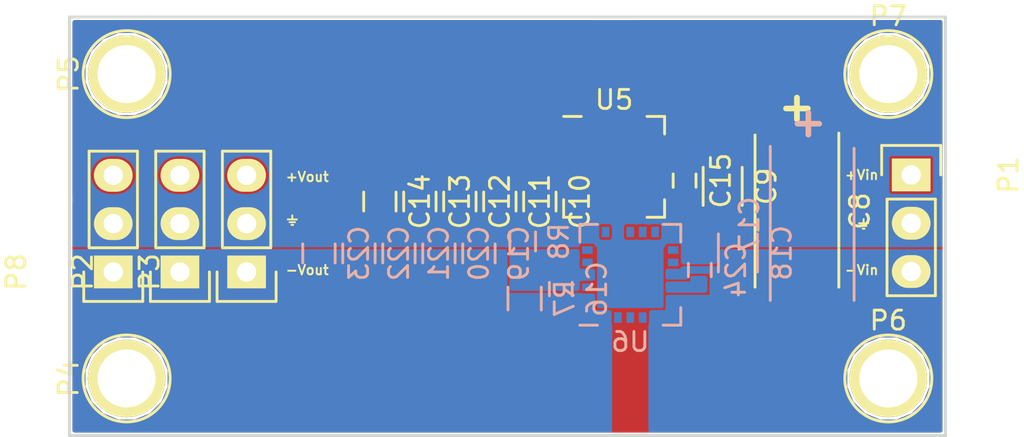
<source format=kicad_pcb>
(kicad_pcb (version 4) (host pcbnew "(2016-03-20 BZR 6634, Git a4ba01f)-product")

  (general
    (links 71)
    (no_connects 0)
    (area 119.924999 79.924999 166.075001 102.075001)
    (thickness 1.6)
    (drawings 14)
    (tracks 0)
    (zones 0)
    (modules 29)
    (nets 9)
  )

  (page A4)
  (layers
    (0 F.Cu signal)
    (31 B.Cu signal)
    (32 B.Adhes user)
    (33 F.Adhes user)
    (34 B.Paste user)
    (35 F.Paste user)
    (36 B.SilkS user)
    (37 F.SilkS user)
    (38 B.Mask user)
    (39 F.Mask user)
    (40 Dwgs.User user)
    (41 Cmts.User user)
    (42 Eco1.User user)
    (43 Eco2.User user)
    (44 Edge.Cuts user)
    (45 Margin user)
    (46 B.CrtYd user)
    (47 F.CrtYd user)
    (48 B.Fab user)
    (49 F.Fab user)
  )

  (setup
    (last_trace_width 1)
    (trace_clearance 0.13)
    (zone_clearance 0.08)
    (zone_45_only no)
    (trace_min 0.13)
    (segment_width 0.2)
    (edge_width 0.15)
    (via_size 0.6)
    (via_drill 0.4)
    (via_min_size 0.4)
    (via_min_drill 0.3)
    (uvia_size 0.3)
    (uvia_drill 0.1)
    (uvias_allowed no)
    (uvia_min_size 0.2)
    (uvia_min_drill 0.1)
    (pcb_text_width 0.3)
    (pcb_text_size 1.5 1.5)
    (mod_edge_width 0.15)
    (mod_text_size 1 1)
    (mod_text_width 0.15)
    (pad_size 1.524 1.524)
    (pad_drill 0.762)
    (pad_to_mask_clearance 0.2)
    (aux_axis_origin 0 0)
    (visible_elements 7FFCFDFF)
    (pcbplotparams
      (layerselection 0x010fc_ffffffff)
      (usegerberextensions true)
      (excludeedgelayer true)
      (linewidth 0.100000)
      (plotframeref false)
      (viasonmask false)
      (mode 1)
      (useauxorigin false)
      (hpglpennumber 1)
      (hpglpenspeed 20)
      (hpglpendiameter 15)
      (psnegative false)
      (psa4output false)
      (plotreference false)
      (plotvalue false)
      (plotinvisibletext false)
      (padsonsilk false)
      (subtractmaskfromsilk false)
      (outputformat 1)
      (mirror false)
      (drillshape 0)
      (scaleselection 1)
      (outputdirectory gerber))
  )

  (net 0 "")
  (net 1 Vin+)
  (net 2 Vin-)
  (net 3 GND)
  (net 4 Vout-)
  (net 5 Vout+)
  (net 6 "Net-(C15-Pad1)")
  (net 7 "Net-(C24-Pad1)")
  (net 8 "Net-(C16-Pad2)")

  (net_class Default "This is the default net class."
    (clearance 0.13)
    (trace_width 1)
    (via_dia 0.6)
    (via_drill 0.4)
    (uvia_dia 0.3)
    (uvia_drill 0.1)
    (add_net GND)
    (add_net "Net-(C15-Pad1)")
    (add_net "Net-(C16-Pad2)")
    (add_net "Net-(C24-Pad1)")
    (add_net Vin+)
    (add_net Vin-)
    (add_net Vout+)
    (add_net Vout-)
  )

  (module Capacitors_SMD:C_0805 (layer F.Cu) (tedit 5415D6EA) (tstamp 56FADA7D)
    (at 144.7 89.7 270)
    (descr "Capacitor SMD 0805, reflow soldering, AVX (see smccp.pdf)")
    (tags "capacitor 0805")
    (path /56FAE296)
    (attr smd)
    (fp_text reference C10 (at 0 -2.1 270) (layer F.SilkS)
      (effects (font (size 1 1) (thickness 0.15)))
    )
    (fp_text value GRM21BR6YA106KE43L (at 0 2.1 270) (layer F.Fab)
      (effects (font (size 1 1) (thickness 0.15)))
    )
    (fp_line (start -1.8 -1) (end 1.8 -1) (layer F.CrtYd) (width 0.05))
    (fp_line (start -1.8 1) (end 1.8 1) (layer F.CrtYd) (width 0.05))
    (fp_line (start -1.8 -1) (end -1.8 1) (layer F.CrtYd) (width 0.05))
    (fp_line (start 1.8 -1) (end 1.8 1) (layer F.CrtYd) (width 0.05))
    (fp_line (start 0.5 -0.85) (end -0.5 -0.85) (layer F.SilkS) (width 0.15))
    (fp_line (start -0.5 0.85) (end 0.5 0.85) (layer F.SilkS) (width 0.15))
    (pad 1 smd rect (at -1 0 270) (size 1 1.25) (layers F.Cu F.Paste F.Mask)
      (net 5 Vout+))
    (pad 2 smd rect (at 1 0 270) (size 1 1.25) (layers F.Cu F.Paste F.Mask)
      (net 3 GND))
    (model Capacitors_SMD.3dshapes/C_0805.wrl
      (at (xyz 0 0 0))
      (scale (xyz 1 1 1))
      (rotate (xyz 0 0 0))
    )
  )

  (module Capacitors_SMD:C_0805 (layer F.Cu) (tedit 5415D6EA) (tstamp 56FADA83)
    (at 142.6 89.7 270)
    (descr "Capacitor SMD 0805, reflow soldering, AVX (see smccp.pdf)")
    (tags "capacitor 0805")
    (path /56FAE69F)
    (attr smd)
    (fp_text reference C11 (at 0 -2.1 270) (layer F.SilkS)
      (effects (font (size 1 1) (thickness 0.15)))
    )
    (fp_text value GRM21BR6YA106KE43L (at 0 2.1 270) (layer F.Fab)
      (effects (font (size 1 1) (thickness 0.15)))
    )
    (fp_line (start -1.8 -1) (end 1.8 -1) (layer F.CrtYd) (width 0.05))
    (fp_line (start -1.8 1) (end 1.8 1) (layer F.CrtYd) (width 0.05))
    (fp_line (start -1.8 -1) (end -1.8 1) (layer F.CrtYd) (width 0.05))
    (fp_line (start 1.8 -1) (end 1.8 1) (layer F.CrtYd) (width 0.05))
    (fp_line (start 0.5 -0.85) (end -0.5 -0.85) (layer F.SilkS) (width 0.15))
    (fp_line (start -0.5 0.85) (end 0.5 0.85) (layer F.SilkS) (width 0.15))
    (pad 1 smd rect (at -1 0 270) (size 1 1.25) (layers F.Cu F.Paste F.Mask)
      (net 5 Vout+))
    (pad 2 smd rect (at 1 0 270) (size 1 1.25) (layers F.Cu F.Paste F.Mask)
      (net 3 GND))
    (model Capacitors_SMD.3dshapes/C_0805.wrl
      (at (xyz 0 0 0))
      (scale (xyz 1 1 1))
      (rotate (xyz 0 0 0))
    )
  )

  (module Capacitors_SMD:C_0805 (layer F.Cu) (tedit 5415D6EA) (tstamp 56FADA89)
    (at 140.5 89.7 270)
    (descr "Capacitor SMD 0805, reflow soldering, AVX (see smccp.pdf)")
    (tags "capacitor 0805")
    (path /56FAE6F1)
    (attr smd)
    (fp_text reference C12 (at 0 -2.1 270) (layer F.SilkS)
      (effects (font (size 1 1) (thickness 0.15)))
    )
    (fp_text value GRM21BR6YA106KE43L (at 0 2.1 270) (layer F.Fab)
      (effects (font (size 1 1) (thickness 0.15)))
    )
    (fp_line (start -1.8 -1) (end 1.8 -1) (layer F.CrtYd) (width 0.05))
    (fp_line (start -1.8 1) (end 1.8 1) (layer F.CrtYd) (width 0.05))
    (fp_line (start -1.8 -1) (end -1.8 1) (layer F.CrtYd) (width 0.05))
    (fp_line (start 1.8 -1) (end 1.8 1) (layer F.CrtYd) (width 0.05))
    (fp_line (start 0.5 -0.85) (end -0.5 -0.85) (layer F.SilkS) (width 0.15))
    (fp_line (start -0.5 0.85) (end 0.5 0.85) (layer F.SilkS) (width 0.15))
    (pad 1 smd rect (at -1 0 270) (size 1 1.25) (layers F.Cu F.Paste F.Mask)
      (net 5 Vout+))
    (pad 2 smd rect (at 1 0 270) (size 1 1.25) (layers F.Cu F.Paste F.Mask)
      (net 3 GND))
    (model Capacitors_SMD.3dshapes/C_0805.wrl
      (at (xyz 0 0 0))
      (scale (xyz 1 1 1))
      (rotate (xyz 0 0 0))
    )
  )

  (module Capacitors_SMD:C_0805 (layer F.Cu) (tedit 5415D6EA) (tstamp 56FADA8F)
    (at 138.4 89.7 270)
    (descr "Capacitor SMD 0805, reflow soldering, AVX (see smccp.pdf)")
    (tags "capacitor 0805")
    (path /56FAE74A)
    (attr smd)
    (fp_text reference C13 (at 0 -2.1 270) (layer F.SilkS)
      (effects (font (size 1 1) (thickness 0.15)))
    )
    (fp_text value GRM21BR6YA106KE43L (at 0 2.1 270) (layer F.Fab)
      (effects (font (size 1 1) (thickness 0.15)))
    )
    (fp_line (start -1.8 -1) (end 1.8 -1) (layer F.CrtYd) (width 0.05))
    (fp_line (start -1.8 1) (end 1.8 1) (layer F.CrtYd) (width 0.05))
    (fp_line (start -1.8 -1) (end -1.8 1) (layer F.CrtYd) (width 0.05))
    (fp_line (start 1.8 -1) (end 1.8 1) (layer F.CrtYd) (width 0.05))
    (fp_line (start 0.5 -0.85) (end -0.5 -0.85) (layer F.SilkS) (width 0.15))
    (fp_line (start -0.5 0.85) (end 0.5 0.85) (layer F.SilkS) (width 0.15))
    (pad 1 smd rect (at -1 0 270) (size 1 1.25) (layers F.Cu F.Paste F.Mask)
      (net 5 Vout+))
    (pad 2 smd rect (at 1 0 270) (size 1 1.25) (layers F.Cu F.Paste F.Mask)
      (net 3 GND))
    (model Capacitors_SMD.3dshapes/C_0805.wrl
      (at (xyz 0 0 0))
      (scale (xyz 1 1 1))
      (rotate (xyz 0 0 0))
    )
  )

  (module Capacitors_SMD:C_0805 (layer F.Cu) (tedit 5415D6EA) (tstamp 56FADA95)
    (at 136.3 89.7 270)
    (descr "Capacitor SMD 0805, reflow soldering, AVX (see smccp.pdf)")
    (tags "capacitor 0805")
    (path /56FAE7A0)
    (attr smd)
    (fp_text reference C14 (at 0 -2.1 270) (layer F.SilkS)
      (effects (font (size 1 1) (thickness 0.15)))
    )
    (fp_text value GRM21BR6YA106KE43L (at 0 2.1 270) (layer F.Fab)
      (effects (font (size 1 1) (thickness 0.15)))
    )
    (fp_line (start -1.8 -1) (end 1.8 -1) (layer F.CrtYd) (width 0.05))
    (fp_line (start -1.8 1) (end 1.8 1) (layer F.CrtYd) (width 0.05))
    (fp_line (start -1.8 -1) (end -1.8 1) (layer F.CrtYd) (width 0.05))
    (fp_line (start 1.8 -1) (end 1.8 1) (layer F.CrtYd) (width 0.05))
    (fp_line (start 0.5 -0.85) (end -0.5 -0.85) (layer F.SilkS) (width 0.15))
    (fp_line (start -0.5 0.85) (end 0.5 0.85) (layer F.SilkS) (width 0.15))
    (pad 1 smd rect (at -1 0 270) (size 1 1.25) (layers F.Cu F.Paste F.Mask)
      (net 5 Vout+))
    (pad 2 smd rect (at 1 0 270) (size 1 1.25) (layers F.Cu F.Paste F.Mask)
      (net 3 GND))
    (model Capacitors_SMD.3dshapes/C_0805.wrl
      (at (xyz 0 0 0))
      (scale (xyz 1 1 1))
      (rotate (xyz 0 0 0))
    )
  )

  (module Socket_Strips:Socket_Strip_Straight_1x03 (layer F.Cu) (tedit 54E9F429) (tstamp 56FE9E50)
    (at 164.2 88.3 270)
    (descr "Through hole socket strip")
    (tags "socket strip")
    (path /56F649AD)
    (fp_text reference P1 (at 0 -5.1 270) (layer F.SilkS)
      (effects (font (size 1 1) (thickness 0.15)))
    )
    (fp_text value CONN_01X03 (at 0 -3.1 270) (layer F.Fab)
      (effects (font (size 1 1) (thickness 0.15)))
    )
    (fp_line (start 0 -1.55) (end -1.55 -1.55) (layer F.SilkS) (width 0.15))
    (fp_line (start -1.55 -1.55) (end -1.55 1.55) (layer F.SilkS) (width 0.15))
    (fp_line (start -1.55 1.55) (end 0 1.55) (layer F.SilkS) (width 0.15))
    (fp_line (start -1.75 -1.75) (end -1.75 1.75) (layer F.CrtYd) (width 0.05))
    (fp_line (start 6.85 -1.75) (end 6.85 1.75) (layer F.CrtYd) (width 0.05))
    (fp_line (start -1.75 -1.75) (end 6.85 -1.75) (layer F.CrtYd) (width 0.05))
    (fp_line (start -1.75 1.75) (end 6.85 1.75) (layer F.CrtYd) (width 0.05))
    (fp_line (start 1.27 -1.27) (end 6.35 -1.27) (layer F.SilkS) (width 0.15))
    (fp_line (start 6.35 -1.27) (end 6.35 1.27) (layer F.SilkS) (width 0.15))
    (fp_line (start 6.35 1.27) (end 1.27 1.27) (layer F.SilkS) (width 0.15))
    (fp_line (start 1.27 1.27) (end 1.27 -1.27) (layer F.SilkS) (width 0.15))
    (pad 1 thru_hole rect (at 0 0 270) (size 1.7272 2.032) (drill 1.016) (layers *.Cu *.Mask F.SilkS)
      (net 1 Vin+))
    (pad 2 thru_hole oval (at 2.54 0 270) (size 1.7272 2.032) (drill 1.016) (layers *.Cu *.Mask F.SilkS)
      (net 3 GND))
    (pad 3 thru_hole oval (at 5.08 0 270) (size 1.7272 2.032) (drill 1.016) (layers *.Cu *.Mask F.SilkS)
      (net 2 Vin-))
    (model Socket_Strips.3dshapes/Socket_Strip_Straight_1x03.wrl
      (at (xyz 0.1 0 0))
      (scale (xyz 1 1 1))
      (rotate (xyz 0 0 180))
    )
  )

  (module Capacitors_SMD:C_1206 (layer F.Cu) (tedit 5415D7BD) (tstamp 56FED7D5)
    (at 154.3 88.9 270)
    (descr "Capacitor SMD 1206, reflow soldering, AVX (see smccp.pdf)")
    (tags "capacitor 1206")
    (path /56F43472)
    (attr smd)
    (fp_text reference C9 (at 0 -2.3 270) (layer F.SilkS)
      (effects (font (size 1 1) (thickness 0.15)))
    )
    (fp_text value UMK316BBJ106ML-T (at 0 2.3 270) (layer F.Fab)
      (effects (font (size 1 1) (thickness 0.15)))
    )
    (fp_line (start -2.3 -1.15) (end 2.3 -1.15) (layer F.CrtYd) (width 0.05))
    (fp_line (start -2.3 1.15) (end 2.3 1.15) (layer F.CrtYd) (width 0.05))
    (fp_line (start -2.3 -1.15) (end -2.3 1.15) (layer F.CrtYd) (width 0.05))
    (fp_line (start 2.3 -1.15) (end 2.3 1.15) (layer F.CrtYd) (width 0.05))
    (fp_line (start 1 -1.025) (end -1 -1.025) (layer F.SilkS) (width 0.15))
    (fp_line (start -1 1.025) (end 1 1.025) (layer F.SilkS) (width 0.15))
    (pad 1 smd rect (at -1.5 0 270) (size 1 1.6) (layers F.Cu F.Paste F.Mask)
      (net 1 Vin+))
    (pad 2 smd rect (at 1.5 0 270) (size 1 1.6) (layers F.Cu F.Paste F.Mask)
      (net 3 GND))
    (model Capacitors_SMD.3dshapes/C_1206.wrl
      (at (xyz 0 0 0))
      (scale (xyz 1 1 1))
      (rotate (xyz 0 0 0))
    )
  )

  (module Capacitors_SMD:C_0603 (layer F.Cu) (tedit 5415D631) (tstamp 56FED7DA)
    (at 152.3 88.6 270)
    (descr "Capacitor SMD 0603, reflow soldering, AVX (see smccp.pdf)")
    (tags "capacitor 0603")
    (path /56858B4C)
    (attr smd)
    (fp_text reference C15 (at 0 -1.9 270) (layer F.SilkS)
      (effects (font (size 1 1) (thickness 0.15)))
    )
    (fp_text value UMK107AB7105KA-T (at 0 1.9 270) (layer F.Fab)
      (effects (font (size 1 1) (thickness 0.15)))
    )
    (fp_line (start -1.45 -0.75) (end 1.45 -0.75) (layer F.CrtYd) (width 0.05))
    (fp_line (start -1.45 0.75) (end 1.45 0.75) (layer F.CrtYd) (width 0.05))
    (fp_line (start -1.45 -0.75) (end -1.45 0.75) (layer F.CrtYd) (width 0.05))
    (fp_line (start 1.45 -0.75) (end 1.45 0.75) (layer F.CrtYd) (width 0.05))
    (fp_line (start -0.35 -0.6) (end 0.35 -0.6) (layer F.SilkS) (width 0.15))
    (fp_line (start 0.35 0.6) (end -0.35 0.6) (layer F.SilkS) (width 0.15))
    (pad 1 smd rect (at -0.75 0 270) (size 0.8 0.75) (layers F.Cu F.Paste F.Mask)
      (net 6 "Net-(C15-Pad1)"))
    (pad 2 smd rect (at 0.75 0 270) (size 0.8 0.75) (layers F.Cu F.Paste F.Mask)
      (net 3 GND))
    (model Capacitors_SMD.3dshapes/C_0603.wrl
      (at (xyz 0 0 0))
      (scale (xyz 1 1 1))
      (rotate (xyz 0 0 0))
    )
  )

  (module Capacitors_SMD:C_0603 (layer B.Cu) (tedit 5415D631) (tstamp 56FED7DF)
    (at 145.8 94.3 90)
    (descr "Capacitor SMD 0603, reflow soldering, AVX (see smccp.pdf)")
    (tags "capacitor 0603")
    (path /56F5EA26)
    (attr smd)
    (fp_text reference C16 (at 0 1.9 90) (layer B.SilkS)
      (effects (font (size 1 1) (thickness 0.15)) (justify mirror))
    )
    (fp_text value GRM188R71H103KA01D (at 0 -1.9 90) (layer B.Fab)
      (effects (font (size 1 1) (thickness 0.15)) (justify mirror))
    )
    (fp_line (start -1.45 0.75) (end 1.45 0.75) (layer B.CrtYd) (width 0.05))
    (fp_line (start -1.45 -0.75) (end 1.45 -0.75) (layer B.CrtYd) (width 0.05))
    (fp_line (start -1.45 0.75) (end -1.45 -0.75) (layer B.CrtYd) (width 0.05))
    (fp_line (start 1.45 0.75) (end 1.45 -0.75) (layer B.CrtYd) (width 0.05))
    (fp_line (start -0.35 0.6) (end 0.35 0.6) (layer B.SilkS) (width 0.15))
    (fp_line (start 0.35 -0.6) (end -0.35 -0.6) (layer B.SilkS) (width 0.15))
    (pad 1 smd rect (at -0.75 0 90) (size 0.8 0.75) (layers B.Cu B.Paste B.Mask)
      (net 4 Vout-))
    (pad 2 smd rect (at 0.75 0 90) (size 0.8 0.75) (layers B.Cu B.Paste B.Mask)
      (net 8 "Net-(C16-Pad2)"))
    (model Capacitors_SMD.3dshapes/C_0603.wrl
      (at (xyz 0 0 0))
      (scale (xyz 1 1 1))
      (rotate (xyz 0 0 0))
    )
  )

  (module Capacitors_SMD:C_1206 (layer B.Cu) (tedit 5415D7BD) (tstamp 56FED7EE)
    (at 155.1 92.4 90)
    (descr "Capacitor SMD 1206, reflow soldering, AVX (see smccp.pdf)")
    (tags "capacitor 1206")
    (path /56F5CB12)
    (attr smd)
    (fp_text reference C18 (at 0 2.3 90) (layer B.SilkS)
      (effects (font (size 1 1) (thickness 0.15)) (justify mirror))
    )
    (fp_text value UMK316BBJ106ML-T (at 0 -2.3 90) (layer B.Fab)
      (effects (font (size 1 1) (thickness 0.15)) (justify mirror))
    )
    (fp_line (start -2.3 1.15) (end 2.3 1.15) (layer B.CrtYd) (width 0.05))
    (fp_line (start -2.3 -1.15) (end 2.3 -1.15) (layer B.CrtYd) (width 0.05))
    (fp_line (start -2.3 1.15) (end -2.3 -1.15) (layer B.CrtYd) (width 0.05))
    (fp_line (start 2.3 1.15) (end 2.3 -1.15) (layer B.CrtYd) (width 0.05))
    (fp_line (start 1 1.025) (end -1 1.025) (layer B.SilkS) (width 0.15))
    (fp_line (start -1 -1.025) (end 1 -1.025) (layer B.SilkS) (width 0.15))
    (pad 1 smd rect (at -1.5 0 90) (size 1 1.6) (layers B.Cu B.Paste B.Mask)
      (net 2 Vin-))
    (pad 2 smd rect (at 1.5 0 90) (size 1 1.6) (layers B.Cu B.Paste B.Mask)
      (net 3 GND))
    (model Capacitors_SMD.3dshapes/C_1206.wrl
      (at (xyz 0 0 0))
      (scale (xyz 1 1 1))
      (rotate (xyz 0 0 0))
    )
  )

  (module Capacitors_SMD:C_0805 (layer B.Cu) (tedit 5415D6EA) (tstamp 56FED7F4)
    (at 141.5 92.425 90)
    (descr "Capacitor SMD 0805, reflow soldering, AVX (see smccp.pdf)")
    (tags "capacitor 0805")
    (path /56FAF94E)
    (attr smd)
    (fp_text reference C19 (at 0 2.1 90) (layer B.SilkS)
      (effects (font (size 1 1) (thickness 0.15)) (justify mirror))
    )
    (fp_text value GRM21BR6YA106KE43L (at 0 -2.1 90) (layer B.Fab)
      (effects (font (size 1 1) (thickness 0.15)) (justify mirror))
    )
    (fp_line (start -1.8 1) (end 1.8 1) (layer B.CrtYd) (width 0.05))
    (fp_line (start -1.8 -1) (end 1.8 -1) (layer B.CrtYd) (width 0.05))
    (fp_line (start -1.8 1) (end -1.8 -1) (layer B.CrtYd) (width 0.05))
    (fp_line (start 1.8 1) (end 1.8 -1) (layer B.CrtYd) (width 0.05))
    (fp_line (start 0.5 0.85) (end -0.5 0.85) (layer B.SilkS) (width 0.15))
    (fp_line (start -0.5 -0.85) (end 0.5 -0.85) (layer B.SilkS) (width 0.15))
    (pad 1 smd rect (at -1 0 90) (size 1 1.25) (layers B.Cu B.Paste B.Mask)
      (net 4 Vout-))
    (pad 2 smd rect (at 1 0 90) (size 1 1.25) (layers B.Cu B.Paste B.Mask)
      (net 3 GND))
    (model Capacitors_SMD.3dshapes/C_0805.wrl
      (at (xyz 0 0 0))
      (scale (xyz 1 1 1))
      (rotate (xyz 0 0 0))
    )
  )

  (module Capacitors_SMD:C_0805 (layer B.Cu) (tedit 5415D6EA) (tstamp 56FED7FA)
    (at 139.4 92.425 90)
    (descr "Capacitor SMD 0805, reflow soldering, AVX (see smccp.pdf)")
    (tags "capacitor 0805")
    (path /56FAF954)
    (attr smd)
    (fp_text reference C20 (at 0 2.1 90) (layer B.SilkS)
      (effects (font (size 1 1) (thickness 0.15)) (justify mirror))
    )
    (fp_text value GRM21BR6YA106KE43L (at 0 -2.1 90) (layer B.Fab)
      (effects (font (size 1 1) (thickness 0.15)) (justify mirror))
    )
    (fp_line (start -1.8 1) (end 1.8 1) (layer B.CrtYd) (width 0.05))
    (fp_line (start -1.8 -1) (end 1.8 -1) (layer B.CrtYd) (width 0.05))
    (fp_line (start -1.8 1) (end -1.8 -1) (layer B.CrtYd) (width 0.05))
    (fp_line (start 1.8 1) (end 1.8 -1) (layer B.CrtYd) (width 0.05))
    (fp_line (start 0.5 0.85) (end -0.5 0.85) (layer B.SilkS) (width 0.15))
    (fp_line (start -0.5 -0.85) (end 0.5 -0.85) (layer B.SilkS) (width 0.15))
    (pad 1 smd rect (at -1 0 90) (size 1 1.25) (layers B.Cu B.Paste B.Mask)
      (net 4 Vout-))
    (pad 2 smd rect (at 1 0 90) (size 1 1.25) (layers B.Cu B.Paste B.Mask)
      (net 3 GND))
    (model Capacitors_SMD.3dshapes/C_0805.wrl
      (at (xyz 0 0 0))
      (scale (xyz 1 1 1))
      (rotate (xyz 0 0 0))
    )
  )

  (module Capacitors_SMD:C_0805 (layer B.Cu) (tedit 5415D6EA) (tstamp 56FED800)
    (at 137.3 92.425 90)
    (descr "Capacitor SMD 0805, reflow soldering, AVX (see smccp.pdf)")
    (tags "capacitor 0805")
    (path /56FAF95A)
    (attr smd)
    (fp_text reference C21 (at 0 2.1 90) (layer B.SilkS)
      (effects (font (size 1 1) (thickness 0.15)) (justify mirror))
    )
    (fp_text value GRM21BR6YA106KE43L (at 0 -2.1 90) (layer B.Fab)
      (effects (font (size 1 1) (thickness 0.15)) (justify mirror))
    )
    (fp_line (start -1.8 1) (end 1.8 1) (layer B.CrtYd) (width 0.05))
    (fp_line (start -1.8 -1) (end 1.8 -1) (layer B.CrtYd) (width 0.05))
    (fp_line (start -1.8 1) (end -1.8 -1) (layer B.CrtYd) (width 0.05))
    (fp_line (start 1.8 1) (end 1.8 -1) (layer B.CrtYd) (width 0.05))
    (fp_line (start 0.5 0.85) (end -0.5 0.85) (layer B.SilkS) (width 0.15))
    (fp_line (start -0.5 -0.85) (end 0.5 -0.85) (layer B.SilkS) (width 0.15))
    (pad 1 smd rect (at -1 0 90) (size 1 1.25) (layers B.Cu B.Paste B.Mask)
      (net 4 Vout-))
    (pad 2 smd rect (at 1 0 90) (size 1 1.25) (layers B.Cu B.Paste B.Mask)
      (net 3 GND))
    (model Capacitors_SMD.3dshapes/C_0805.wrl
      (at (xyz 0 0 0))
      (scale (xyz 1 1 1))
      (rotate (xyz 0 0 0))
    )
  )

  (module Capacitors_SMD:C_0805 (layer B.Cu) (tedit 5415D6EA) (tstamp 56FED806)
    (at 135.2 92.425 90)
    (descr "Capacitor SMD 0805, reflow soldering, AVX (see smccp.pdf)")
    (tags "capacitor 0805")
    (path /56FAF960)
    (attr smd)
    (fp_text reference C22 (at 0 2.1 90) (layer B.SilkS)
      (effects (font (size 1 1) (thickness 0.15)) (justify mirror))
    )
    (fp_text value GRM21BR6YA106KE43L (at 0 -2.1 90) (layer B.Fab)
      (effects (font (size 1 1) (thickness 0.15)) (justify mirror))
    )
    (fp_line (start -1.8 1) (end 1.8 1) (layer B.CrtYd) (width 0.05))
    (fp_line (start -1.8 -1) (end 1.8 -1) (layer B.CrtYd) (width 0.05))
    (fp_line (start -1.8 1) (end -1.8 -1) (layer B.CrtYd) (width 0.05))
    (fp_line (start 1.8 1) (end 1.8 -1) (layer B.CrtYd) (width 0.05))
    (fp_line (start 0.5 0.85) (end -0.5 0.85) (layer B.SilkS) (width 0.15))
    (fp_line (start -0.5 -0.85) (end 0.5 -0.85) (layer B.SilkS) (width 0.15))
    (pad 1 smd rect (at -1 0 90) (size 1 1.25) (layers B.Cu B.Paste B.Mask)
      (net 4 Vout-))
    (pad 2 smd rect (at 1 0 90) (size 1 1.25) (layers B.Cu B.Paste B.Mask)
      (net 3 GND))
    (model Capacitors_SMD.3dshapes/C_0805.wrl
      (at (xyz 0 0 0))
      (scale (xyz 1 1 1))
      (rotate (xyz 0 0 0))
    )
  )

  (module Capacitors_SMD:C_0805 (layer B.Cu) (tedit 5415D6EA) (tstamp 56FED80C)
    (at 133.1 92.425 90)
    (descr "Capacitor SMD 0805, reflow soldering, AVX (see smccp.pdf)")
    (tags "capacitor 0805")
    (path /56FAF966)
    (attr smd)
    (fp_text reference C23 (at 0 2.1 90) (layer B.SilkS)
      (effects (font (size 1 1) (thickness 0.15)) (justify mirror))
    )
    (fp_text value GRM21BR6YA106KE43L (at 0 -2.1 90) (layer B.Fab)
      (effects (font (size 1 1) (thickness 0.15)) (justify mirror))
    )
    (fp_line (start -1.8 1) (end 1.8 1) (layer B.CrtYd) (width 0.05))
    (fp_line (start -1.8 -1) (end 1.8 -1) (layer B.CrtYd) (width 0.05))
    (fp_line (start -1.8 1) (end -1.8 -1) (layer B.CrtYd) (width 0.05))
    (fp_line (start 1.8 1) (end 1.8 -1) (layer B.CrtYd) (width 0.05))
    (fp_line (start 0.5 0.85) (end -0.5 0.85) (layer B.SilkS) (width 0.15))
    (fp_line (start -0.5 -0.85) (end 0.5 -0.85) (layer B.SilkS) (width 0.15))
    (pad 1 smd rect (at -1 0 90) (size 1 1.25) (layers B.Cu B.Paste B.Mask)
      (net 4 Vout-))
    (pad 2 smd rect (at 1 0 90) (size 1 1.25) (layers B.Cu B.Paste B.Mask)
      (net 3 GND))
    (model Capacitors_SMD.3dshapes/C_0805.wrl
      (at (xyz 0 0 0))
      (scale (xyz 1 1 1))
      (rotate (xyz 0 0 0))
    )
  )

  (module Capacitors_SMD:C_0603 (layer B.Cu) (tedit 5415D631) (tstamp 56FED812)
    (at 153.1 93.3 90)
    (descr "Capacitor SMD 0603, reflow soldering, AVX (see smccp.pdf)")
    (tags "capacitor 0603")
    (path /56F5CAE6)
    (attr smd)
    (fp_text reference C24 (at 0 1.9 90) (layer B.SilkS)
      (effects (font (size 1 1) (thickness 0.15)) (justify mirror))
    )
    (fp_text value UMK107AB7105KA-T (at 0 -1.9 90) (layer B.Fab)
      (effects (font (size 1 1) (thickness 0.15)) (justify mirror))
    )
    (fp_line (start -1.45 0.75) (end 1.45 0.75) (layer B.CrtYd) (width 0.05))
    (fp_line (start -1.45 -0.75) (end 1.45 -0.75) (layer B.CrtYd) (width 0.05))
    (fp_line (start -1.45 0.75) (end -1.45 -0.75) (layer B.CrtYd) (width 0.05))
    (fp_line (start 1.45 0.75) (end 1.45 -0.75) (layer B.CrtYd) (width 0.05))
    (fp_line (start -0.35 0.6) (end 0.35 0.6) (layer B.SilkS) (width 0.15))
    (fp_line (start 0.35 -0.6) (end -0.35 -0.6) (layer B.SilkS) (width 0.15))
    (pad 1 smd rect (at -0.75 0 90) (size 0.8 0.75) (layers B.Cu B.Paste B.Mask)
      (net 7 "Net-(C24-Pad1)"))
    (pad 2 smd rect (at 0.75 0 90) (size 0.8 0.75) (layers B.Cu B.Paste B.Mask)
      (net 3 GND))
    (model Capacitors_SMD.3dshapes/C_0603.wrl
      (at (xyz 0 0 0))
      (scale (xyz 1 1 1))
      (rotate (xyz 0 0 0))
    )
  )

  (module Resistors_SMD:R_0805 (layer B.Cu) (tedit 5415CDEB) (tstamp 56FED867)
    (at 143.9 94.8 90)
    (descr "Resistor SMD 0805, reflow soldering, Vishay (see dcrcw.pdf)")
    (tags "resistor 0805")
    (path /56F5EADC)
    (attr smd)
    (fp_text reference R7 (at 0 2.1 90) (layer B.SilkS)
      (effects (font (size 1 1) (thickness 0.15)) (justify mirror))
    )
    (fp_text value ERJ-6ENF1244V (at 0 -2.1 90) (layer B.Fab)
      (effects (font (size 1 1) (thickness 0.15)) (justify mirror))
    )
    (fp_line (start -1.6 1) (end 1.6 1) (layer B.CrtYd) (width 0.05))
    (fp_line (start -1.6 -1) (end 1.6 -1) (layer B.CrtYd) (width 0.05))
    (fp_line (start -1.6 1) (end -1.6 -1) (layer B.CrtYd) (width 0.05))
    (fp_line (start 1.6 1) (end 1.6 -1) (layer B.CrtYd) (width 0.05))
    (fp_line (start 0.6 -0.875) (end -0.6 -0.875) (layer B.SilkS) (width 0.15))
    (fp_line (start -0.6 0.875) (end 0.6 0.875) (layer B.SilkS) (width 0.15))
    (pad 1 smd rect (at -0.95 0 90) (size 0.7 1.3) (layers B.Cu B.Paste B.Mask)
      (net 4 Vout-))
    (pad 2 smd rect (at 0.95 0 90) (size 0.7 1.3) (layers B.Cu B.Paste B.Mask)
      (net 8 "Net-(C16-Pad2)"))
    (model Resistors_SMD.3dshapes/R_0805.wrl
      (at (xyz 0 0 0))
      (scale (xyz 1 1 1))
      (rotate (xyz 0 0 0))
    )
  )

  (module Resistors_SMD:R_0603 (layer B.Cu) (tedit 5415CC62) (tstamp 56FED86D)
    (at 143.8 91.8 90)
    (descr "Resistor SMD 0603, reflow soldering, Vishay (see dcrcw.pdf)")
    (tags "resistor 0603")
    (path /56F5EBBD)
    (attr smd)
    (fp_text reference R8 (at 0 1.9 90) (layer B.SilkS)
      (effects (font (size 1 1) (thickness 0.15)) (justify mirror))
    )
    (fp_text value ERA-3AEB1053V (at 0 -1.9 90) (layer B.Fab)
      (effects (font (size 1 1) (thickness 0.15)) (justify mirror))
    )
    (fp_line (start -1.3 0.8) (end 1.3 0.8) (layer B.CrtYd) (width 0.05))
    (fp_line (start -1.3 -0.8) (end 1.3 -0.8) (layer B.CrtYd) (width 0.05))
    (fp_line (start -1.3 0.8) (end -1.3 -0.8) (layer B.CrtYd) (width 0.05))
    (fp_line (start 1.3 0.8) (end 1.3 -0.8) (layer B.CrtYd) (width 0.05))
    (fp_line (start 0.5 -0.675) (end -0.5 -0.675) (layer B.SilkS) (width 0.15))
    (fp_line (start -0.5 0.675) (end 0.5 0.675) (layer B.SilkS) (width 0.15))
    (pad 1 smd rect (at -0.75 0 90) (size 0.5 0.9) (layers B.Cu B.Paste B.Mask)
      (net 8 "Net-(C16-Pad2)"))
    (pad 2 smd rect (at 0.75 0 90) (size 0.5 0.9) (layers B.Cu B.Paste B.Mask)
      (net 3 GND))
    (model Resistors_SMD.3dshapes/R_0603.wrl
      (at (xyz 0 0 0))
      (scale (xyz 1 1 1))
      (rotate (xyz 0 0 0))
    )
  )

  (module Housings_DFN_QFN:QFN-20-1EP_5x5mm_Pitch0.65mm (layer F.Cu) (tedit 54130A77) (tstamp 56FED89D)
    (at 148.6 87.875)
    (descr "20-Lead Plastic Quad Flat, No Lead Package (MQ) - 5x5x0.9 mm Body [QFN]; (see Microchip Packaging Specification 00000049BS.pdf)")
    (tags "QFN 0.65")
    (path /56857A02)
    (attr smd)
    (fp_text reference U5 (at 0 -3.525) (layer F.SilkS)
      (effects (font (size 1 1) (thickness 0.15)))
    )
    (fp_text value TPS7A4700 (at 0 3.525) (layer F.Fab)
      (effects (font (size 1 1) (thickness 0.15)))
    )
    (fp_line (start -2.8 -2.8) (end -2.8 2.8) (layer F.CrtYd) (width 0.05))
    (fp_line (start 2.8 -2.8) (end 2.8 2.8) (layer F.CrtYd) (width 0.05))
    (fp_line (start -2.8 -2.8) (end 2.8 -2.8) (layer F.CrtYd) (width 0.05))
    (fp_line (start -2.8 2.8) (end 2.8 2.8) (layer F.CrtYd) (width 0.05))
    (fp_line (start 2.65 -2.65) (end 2.65 -1.725) (layer F.SilkS) (width 0.15))
    (fp_line (start -2.65 2.65) (end -2.65 1.725) (layer F.SilkS) (width 0.15))
    (fp_line (start 2.65 2.65) (end 2.65 1.725) (layer F.SilkS) (width 0.15))
    (fp_line (start -2.65 -2.65) (end -1.725 -2.65) (layer F.SilkS) (width 0.15))
    (fp_line (start -2.65 2.65) (end -1.725 2.65) (layer F.SilkS) (width 0.15))
    (fp_line (start 2.65 2.65) (end 1.725 2.65) (layer F.SilkS) (width 0.15))
    (fp_line (start 2.65 -2.65) (end 1.725 -2.65) (layer F.SilkS) (width 0.15))
    (pad 1 smd rect (at -2.25 -1.3) (size 0.55 0.4) (layers F.Cu F.Paste F.Mask)
      (net 5 Vout+))
    (pad 2 smd rect (at -2.25 -0.65) (size 0.55 0.4) (layers F.Cu F.Paste F.Mask))
    (pad 3 smd rect (at -2.25 0) (size 0.55 0.4) (layers F.Cu F.Paste F.Mask)
      (net 5 Vout+))
    (pad 4 smd rect (at -2.25 0.65) (size 0.55 0.4) (layers F.Cu F.Paste F.Mask)
      (net 3 GND))
    (pad 5 smd rect (at -2.25 1.3) (size 0.55 0.4) (layers F.Cu F.Paste F.Mask)
      (net 3 GND))
    (pad 6 smd rect (at -1.3 2.25 90) (size 0.55 0.4) (layers F.Cu F.Paste F.Mask))
    (pad 7 smd rect (at -0.65 2.25 90) (size 0.55 0.4) (layers F.Cu F.Paste F.Mask)
      (net 3 GND))
    (pad 8 smd rect (at 0 2.25 90) (size 0.55 0.4) (layers F.Cu F.Paste F.Mask)
      (net 3 GND))
    (pad 9 smd rect (at 0.65 2.25 90) (size 0.55 0.4) (layers F.Cu F.Paste F.Mask))
    (pad 10 smd rect (at 1.3 2.25 90) (size 0.55 0.4) (layers F.Cu F.Paste F.Mask)
      (net 3 GND))
    (pad 11 smd rect (at 2.25 1.3) (size 0.55 0.4) (layers F.Cu F.Paste F.Mask)
      (net 3 GND))
    (pad 12 smd rect (at 2.25 0.65) (size 0.55 0.4) (layers F.Cu F.Paste F.Mask))
    (pad 13 smd rect (at 2.25 0) (size 0.55 0.4) (layers F.Cu F.Paste F.Mask)
      (net 1 Vin+))
    (pad 14 smd rect (at 2.25 -0.65) (size 0.55 0.4) (layers F.Cu F.Paste F.Mask)
      (net 6 "Net-(C15-Pad1)"))
    (pad 15 smd rect (at 2.25 -1.3) (size 0.55 0.4) (layers F.Cu F.Paste F.Mask)
      (net 1 Vin+))
    (pad 16 smd rect (at 1.3 -2.25 90) (size 0.55 0.4) (layers F.Cu F.Paste F.Mask)
      (net 1 Vin+))
    (pad 17 smd rect (at 0.65 -2.25 90) (size 0.55 0.4) (layers F.Cu F.Paste F.Mask))
    (pad 18 smd rect (at 0 -2.25 90) (size 0.55 0.4) (layers F.Cu F.Paste F.Mask))
    (pad 19 smd rect (at -0.65 -2.25 90) (size 0.55 0.4) (layers F.Cu F.Paste F.Mask))
    (pad 20 smd rect (at -1.3 -2.25 90) (size 0.55 0.4) (layers F.Cu F.Paste F.Mask)
      (net 5 Vout+))
    (pad 21 smd rect (at 0.8375 0.8375) (size 1.675 1.675) (layers F.Cu F.Paste F.Mask)
      (net 3 GND) (solder_paste_margin_ratio -0.2))
    (pad 21 smd rect (at 0.8375 -0.8375) (size 1.675 1.675) (layers F.Cu F.Paste F.Mask)
      (net 3 GND) (solder_paste_margin_ratio -0.2))
    (pad 21 smd rect (at -0.8375 0.8375) (size 1.675 1.675) (layers F.Cu F.Paste F.Mask)
      (net 3 GND) (solder_paste_margin_ratio -0.2))
    (pad 21 smd rect (at -0.8375 -0.8375) (size 1.675 1.675) (layers F.Cu F.Paste F.Mask)
      (net 3 GND) (solder_paste_margin_ratio -0.2))
    (model Housings_DFN_QFN.3dshapes/QFN-20-1EP_5x5mm_Pitch0.65mm.wrl
      (at (xyz 0 0 0))
      (scale (xyz 1 1 1))
      (rotate (xyz 0 0 0))
    )
  )

  (module Housings_DFN_QFN:QFN-20-1EP_5x5mm_Pitch0.65mm (layer B.Cu) (tedit 54130A77) (tstamp 56FED8B9)
    (at 149.45 93.55)
    (descr "20-Lead Plastic Quad Flat, No Lead Package (MQ) - 5x5x0.9 mm Body [QFN]; (see Microchip Packaging Specification 00000049BS.pdf)")
    (tags "QFN 0.65")
    (path /56F5BAC4)
    (attr smd)
    (fp_text reference U6 (at 0 3.525) (layer B.SilkS)
      (effects (font (size 1 1) (thickness 0.15)) (justify mirror))
    )
    (fp_text value TPS7A33 (at 0 -3.525) (layer B.Fab)
      (effects (font (size 1 1) (thickness 0.15)) (justify mirror))
    )
    (fp_line (start -2.8 2.8) (end -2.8 -2.8) (layer B.CrtYd) (width 0.05))
    (fp_line (start 2.8 2.8) (end 2.8 -2.8) (layer B.CrtYd) (width 0.05))
    (fp_line (start -2.8 2.8) (end 2.8 2.8) (layer B.CrtYd) (width 0.05))
    (fp_line (start -2.8 -2.8) (end 2.8 -2.8) (layer B.CrtYd) (width 0.05))
    (fp_line (start 2.65 2.65) (end 2.65 1.725) (layer B.SilkS) (width 0.15))
    (fp_line (start -2.65 -2.65) (end -2.65 -1.725) (layer B.SilkS) (width 0.15))
    (fp_line (start 2.65 -2.65) (end 2.65 -1.725) (layer B.SilkS) (width 0.15))
    (fp_line (start -2.65 2.65) (end -1.725 2.65) (layer B.SilkS) (width 0.15))
    (fp_line (start -2.65 -2.65) (end -1.725 -2.65) (layer B.SilkS) (width 0.15))
    (fp_line (start 2.65 -2.65) (end 1.725 -2.65) (layer B.SilkS) (width 0.15))
    (fp_line (start 2.65 2.65) (end 1.725 2.65) (layer B.SilkS) (width 0.15))
    (pad 1 smd rect (at -2.25 1.3) (size 0.55 0.4) (layers B.Cu B.Paste B.Mask)
      (net 4 Vout-))
    (pad 2 smd rect (at -2.25 0.65) (size 0.55 0.4) (layers B.Cu B.Paste B.Mask))
    (pad 3 smd rect (at -2.25 0) (size 0.55 0.4) (layers B.Cu B.Paste B.Mask)
      (net 8 "Net-(C16-Pad2)"))
    (pad 4 smd rect (at -2.25 -0.65) (size 0.55 0.4) (layers B.Cu B.Paste B.Mask))
    (pad 5 smd rect (at -2.25 -1.3) (size 0.55 0.4) (layers B.Cu B.Paste B.Mask))
    (pad 6 smd rect (at -1.3 -2.25 270) (size 0.55 0.4) (layers B.Cu B.Paste B.Mask))
    (pad 7 smd rect (at -0.65 -2.25 270) (size 0.55 0.4) (layers B.Cu B.Paste B.Mask)
      (net 3 GND))
    (pad 8 smd rect (at 0 -2.25 270) (size 0.55 0.4) (layers B.Cu B.Paste B.Mask))
    (pad 9 smd rect (at 0.65 -2.25 270) (size 0.55 0.4) (layers B.Cu B.Paste B.Mask))
    (pad 10 smd rect (at 1.3 -2.25 270) (size 0.55 0.4) (layers B.Cu B.Paste B.Mask))
    (pad 11 smd rect (at 2.25 -1.3) (size 0.55 0.4) (layers B.Cu B.Paste B.Mask))
    (pad 12 smd rect (at 2.25 -0.65) (size 0.55 0.4) (layers B.Cu B.Paste B.Mask))
    (pad 13 smd rect (at 2.25 0) (size 0.55 0.4) (layers B.Cu B.Paste B.Mask)
      (net 2 Vin-))
    (pad 14 smd rect (at 2.25 0.65) (size 0.55 0.4) (layers B.Cu B.Paste B.Mask)
      (net 7 "Net-(C24-Pad1)"))
    (pad 15 smd rect (at 2.25 1.3) (size 0.55 0.4) (layers B.Cu B.Paste B.Mask)
      (net 2 Vin-))
    (pad 16 smd rect (at 1.3 2.25 270) (size 0.55 0.4) (layers B.Cu B.Paste B.Mask)
      (net 2 Vin-))
    (pad 17 smd rect (at 0.65 2.25 270) (size 0.55 0.4) (layers B.Cu B.Paste B.Mask))
    (pad 18 smd rect (at 0 2.25 270) (size 0.55 0.4) (layers B.Cu B.Paste B.Mask))
    (pad 19 smd rect (at -0.65 2.25 270) (size 0.55 0.4) (layers B.Cu B.Paste B.Mask))
    (pad 20 smd rect (at -1.3 2.25 270) (size 0.55 0.4) (layers B.Cu B.Paste B.Mask)
      (net 4 Vout-))
    (pad 21 smd rect (at 0.8375 -0.8375) (size 1.675 1.675) (layers B.Cu B.Paste B.Mask)
      (net 3 GND) (solder_paste_margin_ratio -0.2))
    (pad 21 smd rect (at 0.8375 0.8375) (size 1.675 1.675) (layers B.Cu B.Paste B.Mask)
      (net 3 GND) (solder_paste_margin_ratio -0.2))
    (pad 21 smd rect (at -0.8375 -0.8375) (size 1.675 1.675) (layers B.Cu B.Paste B.Mask)
      (net 3 GND) (solder_paste_margin_ratio -0.2))
    (pad 21 smd rect (at -0.8375 0.8375) (size 1.675 1.675) (layers B.Cu B.Paste B.Mask)
      (net 3 GND) (solder_paste_margin_ratio -0.2))
    (model Housings_DFN_QFN.3dshapes/QFN-20-1EP_5x5mm_Pitch0.65mm.wrl
      (at (xyz 0 0 0))
      (scale (xyz 1 1 1))
      (rotate (xyz 0 0 0))
    )
  )

  (module Capacitors_Tantalum_SMD:TantalC_SizeD_EIA-7343_Reflow (layer F.Cu) (tedit 555EF99E) (tstamp 56FEDAEB)
    (at 158.2 90.4 270)
    (descr "Tantal Cap. , Size D, EIA-7343, Reflow")
    (tags "Tantal Capacitor Size-D EIA-7343 Reflow")
    (path /5701B77F)
    (attr smd)
    (fp_text reference C8 (at -0.20066 -3.29946 270) (layer F.SilkS)
      (effects (font (size 1 1) (thickness 0.15)))
    )
    (fp_text value T495X476K035ATE300 (at -0.09906 3.59918 270) (layer F.Fab)
      (effects (font (size 1 1) (thickness 0.15)))
    )
    (fp_line (start 4.6 -2.6) (end -4.6 -2.6) (layer F.CrtYd) (width 0.05))
    (fp_line (start -4.6 -2.6) (end -4.6 2.6) (layer F.CrtYd) (width 0.05))
    (fp_line (start -4.6 2.6) (end 4.6 2.6) (layer F.CrtYd) (width 0.05))
    (fp_line (start 4.6 2.6) (end 4.6 -2.6) (layer F.CrtYd) (width 0.05))
    (fp_line (start -4.2 2.2) (end 3.8 2.2) (layer F.SilkS) (width 0.15))
    (fp_line (start 3.8 -2.2) (end -4.3 -2.2) (layer F.SilkS) (width 0.15))
    (pad 2 smd rect (at 3.12 0 270) (size 2.37 2.43) (layers F.Cu F.Paste F.Mask)
      (net 3 GND))
    (pad 1 smd rect (at -3.12 0 270) (size 2.37 2.43) (layers F.Cu F.Paste F.Mask)
      (net 1 Vin+))
    (model Capacitors_Tantalum_SMD.3dshapes/TantalC_SizeD_EIA-7343_Reflow.wrl
      (at (xyz 0 0 0))
      (scale (xyz 1 1 1))
      (rotate (xyz 0 0 180))
    )
  )

  (module Capacitors_Tantalum_SMD:TantalC_SizeD_EIA-7343_Reflow (layer B.Cu) (tedit 555EF99E) (tstamp 56FEDAF0)
    (at 159 91.1 270)
    (descr "Tantal Cap. , Size D, EIA-7343, Reflow")
    (tags "Tantal Capacitor Size-D EIA-7343 Reflow")
    (path /5701CC90)
    (attr smd)
    (fp_text reference C17 (at -0.20066 3.29946 270) (layer B.SilkS)
      (effects (font (size 1 1) (thickness 0.15)) (justify mirror))
    )
    (fp_text value T495X476K035ATE300 (at -0.09906 -3.59918 270) (layer B.Fab)
      (effects (font (size 1 1) (thickness 0.15)) (justify mirror))
    )
    (fp_line (start 4.6 2.6) (end -4.6 2.6) (layer B.CrtYd) (width 0.05))
    (fp_line (start -4.6 2.6) (end -4.6 -2.6) (layer B.CrtYd) (width 0.05))
    (fp_line (start -4.6 -2.6) (end 4.6 -2.6) (layer B.CrtYd) (width 0.05))
    (fp_line (start 4.6 -2.6) (end 4.6 2.6) (layer B.CrtYd) (width 0.05))
    (fp_line (start -4.2 -2.2) (end 3.8 -2.2) (layer B.SilkS) (width 0.15))
    (fp_line (start 3.8 2.2) (end -4.3 2.2) (layer B.SilkS) (width 0.15))
    (pad 2 smd rect (at 3.12 0 270) (size 2.37 2.43) (layers B.Cu B.Paste B.Mask)
      (net 2 Vin-))
    (pad 1 smd rect (at -3.12 0 270) (size 2.37 2.43) (layers B.Cu B.Paste B.Mask)
      (net 3 GND))
    (model Capacitors_Tantalum_SMD.3dshapes/TantalC_SizeD_EIA-7343_Reflow.wrl
      (at (xyz 0 0 0))
      (scale (xyz 1 1 1))
      (rotate (xyz 0 0 180))
    )
  )

  (module Socket_Strips:Socket_Strip_Straight_1x03 (layer F.Cu) (tedit 54E9F429) (tstamp 5703DC0B)
    (at 125.8 93.4 90)
    (descr "Through hole socket strip")
    (tags "socket strip")
    (path /57042E4C)
    (fp_text reference P2 (at 0 -5.1 90) (layer F.SilkS)
      (effects (font (size 1 1) (thickness 0.15)))
    )
    (fp_text value CONN_01X03 (at 0 -3.1 90) (layer F.Fab)
      (effects (font (size 1 1) (thickness 0.15)))
    )
    (fp_line (start 0 -1.55) (end -1.55 -1.55) (layer F.SilkS) (width 0.15))
    (fp_line (start -1.55 -1.55) (end -1.55 1.55) (layer F.SilkS) (width 0.15))
    (fp_line (start -1.55 1.55) (end 0 1.55) (layer F.SilkS) (width 0.15))
    (fp_line (start -1.75 -1.75) (end -1.75 1.75) (layer F.CrtYd) (width 0.05))
    (fp_line (start 6.85 -1.75) (end 6.85 1.75) (layer F.CrtYd) (width 0.05))
    (fp_line (start -1.75 -1.75) (end 6.85 -1.75) (layer F.CrtYd) (width 0.05))
    (fp_line (start -1.75 1.75) (end 6.85 1.75) (layer F.CrtYd) (width 0.05))
    (fp_line (start 1.27 -1.27) (end 6.35 -1.27) (layer F.SilkS) (width 0.15))
    (fp_line (start 6.35 -1.27) (end 6.35 1.27) (layer F.SilkS) (width 0.15))
    (fp_line (start 6.35 1.27) (end 1.27 1.27) (layer F.SilkS) (width 0.15))
    (fp_line (start 1.27 1.27) (end 1.27 -1.27) (layer F.SilkS) (width 0.15))
    (pad 1 thru_hole rect (at 0 0 90) (size 1.7272 2.032) (drill 1.016) (layers *.Cu *.Mask F.SilkS)
      (net 4 Vout-))
    (pad 2 thru_hole oval (at 2.54 0 90) (size 1.7272 2.032) (drill 1.016) (layers *.Cu *.Mask F.SilkS)
      (net 3 GND))
    (pad 3 thru_hole oval (at 5.08 0 90) (size 1.7272 2.032) (drill 1.016) (layers *.Cu *.Mask F.SilkS)
      (net 5 Vout+))
    (model Socket_Strips.3dshapes/Socket_Strip_Straight_1x03.wrl
      (at (xyz 0.1 0 0))
      (scale (xyz 1 1 1))
      (rotate (xyz 0 0 180))
    )
  )

  (module Socket_Strips:Socket_Strip_Straight_1x03 (layer F.Cu) (tedit 54E9F429) (tstamp 5703DC11)
    (at 129.3 93.4 90)
    (descr "Through hole socket strip")
    (tags "socket strip")
    (path /57044044)
    (fp_text reference P3 (at 0 -5.1 90) (layer F.SilkS)
      (effects (font (size 1 1) (thickness 0.15)))
    )
    (fp_text value CONN_01X03 (at 0 -3.1 90) (layer F.Fab)
      (effects (font (size 1 1) (thickness 0.15)))
    )
    (fp_line (start 0 -1.55) (end -1.55 -1.55) (layer F.SilkS) (width 0.15))
    (fp_line (start -1.55 -1.55) (end -1.55 1.55) (layer F.SilkS) (width 0.15))
    (fp_line (start -1.55 1.55) (end 0 1.55) (layer F.SilkS) (width 0.15))
    (fp_line (start -1.75 -1.75) (end -1.75 1.75) (layer F.CrtYd) (width 0.05))
    (fp_line (start 6.85 -1.75) (end 6.85 1.75) (layer F.CrtYd) (width 0.05))
    (fp_line (start -1.75 -1.75) (end 6.85 -1.75) (layer F.CrtYd) (width 0.05))
    (fp_line (start -1.75 1.75) (end 6.85 1.75) (layer F.CrtYd) (width 0.05))
    (fp_line (start 1.27 -1.27) (end 6.35 -1.27) (layer F.SilkS) (width 0.15))
    (fp_line (start 6.35 -1.27) (end 6.35 1.27) (layer F.SilkS) (width 0.15))
    (fp_line (start 6.35 1.27) (end 1.27 1.27) (layer F.SilkS) (width 0.15))
    (fp_line (start 1.27 1.27) (end 1.27 -1.27) (layer F.SilkS) (width 0.15))
    (pad 1 thru_hole rect (at 0 0 90) (size 1.7272 2.032) (drill 1.016) (layers *.Cu *.Mask F.SilkS)
      (net 4 Vout-))
    (pad 2 thru_hole oval (at 2.54 0 90) (size 1.7272 2.032) (drill 1.016) (layers *.Cu *.Mask F.SilkS)
      (net 3 GND))
    (pad 3 thru_hole oval (at 5.08 0 90) (size 1.7272 2.032) (drill 1.016) (layers *.Cu *.Mask F.SilkS)
      (net 5 Vout+))
    (model Socket_Strips.3dshapes/Socket_Strip_Straight_1x03.wrl
      (at (xyz 0.1 0 0))
      (scale (xyz 1 1 1))
      (rotate (xyz 0 0 180))
    )
  )

  (module Connect:1pin (layer F.Cu) (tedit 0) (tstamp 5703DC17)
    (at 123 99 90)
    (descr "module 1 pin (ou trou mecanique de percage)")
    (tags DEV)
    (path /57044C47)
    (fp_text reference P4 (at 0 -3.048 90) (layer F.SilkS)
      (effects (font (size 1 1) (thickness 0.15)))
    )
    (fp_text value CONN_01X01 (at 0 2.794 90) (layer F.Fab)
      (effects (font (size 1 1) (thickness 0.15)))
    )
    (fp_circle (center 0 0) (end 0 -2.286) (layer F.SilkS) (width 0.15))
    (pad 1 thru_hole circle (at 0 0 90) (size 4.064 4.064) (drill 3.048) (layers *.Cu *.Mask F.SilkS))
  )

  (module Connect:1pin (layer F.Cu) (tedit 0) (tstamp 5703DC1B)
    (at 123 83 90)
    (descr "module 1 pin (ou trou mecanique de percage)")
    (tags DEV)
    (path /57044DDC)
    (fp_text reference P5 (at 0 -3.048 90) (layer F.SilkS)
      (effects (font (size 1 1) (thickness 0.15)))
    )
    (fp_text value CONN_01X01 (at 0 2.794 90) (layer F.Fab)
      (effects (font (size 1 1) (thickness 0.15)))
    )
    (fp_circle (center 0 0) (end 0 -2.286) (layer F.SilkS) (width 0.15))
    (pad 1 thru_hole circle (at 0 0 90) (size 4.064 4.064) (drill 3.048) (layers *.Cu *.Mask F.SilkS))
  )

  (module Connect:1pin (layer F.Cu) (tedit 0) (tstamp 5703DC23)
    (at 163 99)
    (descr "module 1 pin (ou trou mecanique de percage)")
    (tags DEV)
    (path /57044EF4)
    (fp_text reference P6 (at 0 -3.048) (layer F.SilkS)
      (effects (font (size 1 1) (thickness 0.15)))
    )
    (fp_text value CONN_01X01 (at 0 2.794) (layer F.Fab)
      (effects (font (size 1 1) (thickness 0.15)))
    )
    (fp_circle (center 0 0) (end 0 -2.286) (layer F.SilkS) (width 0.15))
    (pad 1 thru_hole circle (at 0 0) (size 4.064 4.064) (drill 3.048) (layers *.Cu *.Mask F.SilkS))
  )

  (module Connect:1pin (layer F.Cu) (tedit 0) (tstamp 5703DC28)
    (at 163 83)
    (descr "module 1 pin (ou trou mecanique de percage)")
    (tags DEV)
    (path /57044F63)
    (fp_text reference P7 (at 0 -3.048) (layer F.SilkS)
      (effects (font (size 1 1) (thickness 0.15)))
    )
    (fp_text value CONN_01X01 (at 0 2.794) (layer F.Fab)
      (effects (font (size 1 1) (thickness 0.15)))
    )
    (fp_circle (center 0 0) (end 0 -2.286) (layer F.SilkS) (width 0.15))
    (pad 1 thru_hole circle (at 0 0) (size 4.064 4.064) (drill 3.048) (layers *.Cu *.Mask F.SilkS))
  )

  (module Socket_Strips:Socket_Strip_Straight_1x03 (layer F.Cu) (tedit 54E9F429) (tstamp 5703F2D9)
    (at 122.3 93.4 90)
    (descr "Through hole socket strip")
    (tags "socket strip")
    (path /5704544A)
    (fp_text reference P8 (at 0 -5.1 90) (layer F.SilkS)
      (effects (font (size 1 1) (thickness 0.15)))
    )
    (fp_text value CONN_01X03 (at 0 -3.1 90) (layer F.Fab)
      (effects (font (size 1 1) (thickness 0.15)))
    )
    (fp_line (start 0 -1.55) (end -1.55 -1.55) (layer F.SilkS) (width 0.15))
    (fp_line (start -1.55 -1.55) (end -1.55 1.55) (layer F.SilkS) (width 0.15))
    (fp_line (start -1.55 1.55) (end 0 1.55) (layer F.SilkS) (width 0.15))
    (fp_line (start -1.75 -1.75) (end -1.75 1.75) (layer F.CrtYd) (width 0.05))
    (fp_line (start 6.85 -1.75) (end 6.85 1.75) (layer F.CrtYd) (width 0.05))
    (fp_line (start -1.75 -1.75) (end 6.85 -1.75) (layer F.CrtYd) (width 0.05))
    (fp_line (start -1.75 1.75) (end 6.85 1.75) (layer F.CrtYd) (width 0.05))
    (fp_line (start 1.27 -1.27) (end 6.35 -1.27) (layer F.SilkS) (width 0.15))
    (fp_line (start 6.35 -1.27) (end 6.35 1.27) (layer F.SilkS) (width 0.15))
    (fp_line (start 6.35 1.27) (end 1.27 1.27) (layer F.SilkS) (width 0.15))
    (fp_line (start 1.27 1.27) (end 1.27 -1.27) (layer F.SilkS) (width 0.15))
    (pad 1 thru_hole rect (at 0 0 90) (size 1.7272 2.032) (drill 1.016) (layers *.Cu *.Mask F.SilkS)
      (net 4 Vout-))
    (pad 2 thru_hole oval (at 2.54 0 90) (size 1.7272 2.032) (drill 1.016) (layers *.Cu *.Mask F.SilkS)
      (net 3 GND))
    (pad 3 thru_hole oval (at 5.08 0 90) (size 1.7272 2.032) (drill 1.016) (layers *.Cu *.Mask F.SilkS)
      (net 5 Vout+))
    (model Socket_Strips.3dshapes/Socket_Strip_Straight_1x03.wrl
      (at (xyz 0.1 0 0))
      (scale (xyz 1 1 1))
      (rotate (xyz 0 0 180))
    )
  )

  (gr_line (start 120 102) (end 124 102) (angle 90) (layer Edge.Cuts) (width 0.15))
  (gr_line (start 120 80) (end 120 102) (angle 90) (layer Edge.Cuts) (width 0.15))
  (gr_line (start 124 80) (end 120 80) (angle 90) (layer Edge.Cuts) (width 0.15))
  (gr_line (start 166 80) (end 124 80) (angle 90) (layer Edge.Cuts) (width 0.15))
  (gr_line (start 166 102) (end 166 80) (angle 90) (layer Edge.Cuts) (width 0.15))
  (gr_line (start 124 102) (end 166 102) (angle 90) (layer Edge.Cuts) (width 0.15))
  (gr_text + (at 158.8 85.5) (layer B.SilkS)
    (effects (font (size 1.5 1.5) (thickness 0.3)) (justify mirror))
  )
  (gr_text + (at 158.2 84.7) (layer F.SilkS)
    (effects (font (size 1.5 1.5) (thickness 0.3)))
  )
  (gr_text ⏚ (at 131.7 90.7) (layer F.SilkS)
    (effects (font (size 0.5 0.5) (thickness 0.1)))
  )
  (gr_text -Vout (at 131.3 93.3) (layer F.SilkS)
    (effects (font (size 0.5 0.5) (thickness 0.1)) (justify left))
  )
  (gr_text +Vout (at 131.3 88.4) (layer F.SilkS)
    (effects (font (size 0.5 0.5) (thickness 0.1)) (justify left))
  )
  (gr_text +Vin (at 161.6 88.3) (layer F.SilkS)
    (effects (font (size 0.5 0.5) (thickness 0.1)))
  )
  (gr_text ⏚ (at 161.7 90.9) (layer F.SilkS)
    (effects (font (size 0.5 0.5) (thickness 0.1)))
  )
  (gr_text -Vin (at 161.6 93.3) (layer F.SilkS)
    (effects (font (size 0.5 0.5) (thickness 0.1)))
  )

  (zone (net 5) (net_name Vout+) (layer F.Cu) (tstamp 5703ED08) (hatch edge 0.508)
    (connect_pads yes (clearance 0.08))
    (min_thickness 0.254)
    (fill yes (arc_segments 16) (thermal_gap 0.508) (thermal_bridge_width 0.508))
    (polygon
      (pts
        (xy 147.6 86) (xy 146.7 86) (xy 146.7 88.1) (xy 145.8 88.1) (xy 145.8 89.5)
        (xy 120 89.5) (xy 120 80) (xy 147.6 80)
      )
    )
    (filled_polygon
      (pts
        (xy 147.473 85.873) (xy 146.7 85.873) (xy 146.651399 85.882667) (xy 146.610197 85.910197) (xy 146.582667 85.951399)
        (xy 146.573 86) (xy 146.573 86.762966) (xy 146.075 86.762966) (xy 145.974724 86.782912) (xy 145.889714 86.839714)
        (xy 145.832912 86.924724) (xy 145.812966 87.025) (xy 145.812966 87.425) (xy 145.832912 87.525276) (xy 145.889714 87.610286)
        (xy 145.974724 87.667088) (xy 146.075 87.687034) (xy 146.573 87.687034) (xy 146.573 87.973) (xy 145.8 87.973)
        (xy 145.751399 87.982667) (xy 145.710197 88.010197) (xy 145.682667 88.051399) (xy 145.673 88.1) (xy 145.673 89.373)
        (xy 120.282 89.373) (xy 120.282 83.453313) (xy 120.710604 83.453313) (xy 121.058349 84.29492) (xy 121.701693 84.939388)
        (xy 122.542692 85.288602) (xy 123.453313 85.289396) (xy 124.29492 84.941651) (xy 124.939388 84.298307) (xy 125.288602 83.457308)
        (xy 125.289396 82.546687) (xy 124.941651 81.70508) (xy 124.298307 81.060612) (xy 123.457308 80.711398) (xy 122.546687 80.710604)
        (xy 121.70508 81.058349) (xy 121.060612 81.701693) (xy 120.711398 82.542692) (xy 120.710604 83.453313) (xy 120.282 83.453313)
        (xy 120.282 80.282) (xy 147.473 80.282)
      )
    )
  )
  (zone (net 3) (net_name GND) (layer F.Cu) (tstamp 5703ED5B) (hatch edge 0.508)
    (connect_pads yes (clearance 0.08))
    (min_thickness 0.254)
    (fill yes (arc_segments 16) (thermal_gap 0.508) (thermal_bridge_width 0.508))
    (polygon
      (pts
        (xy 150.4 88.9) (xy 153.2 88.9) (xy 153.2 89.7) (xy 166 89.7) (xy 166 102)
        (xy 120 102) (xy 120 89.6) (xy 145.9 89.6) (xy 145.9 88.2) (xy 146.8 88.2)
        (xy 146.8 86.1) (xy 150.4 86.1) (xy 150.4 88.9)
      )
    )
    (filled_polygon
      (pts
        (xy 150.273 88.9) (xy 150.282667 88.948601) (xy 150.310197 88.989803) (xy 150.351399 89.017333) (xy 150.4 89.027)
        (xy 153.073 89.027) (xy 153.073 89.7) (xy 153.082667 89.748601) (xy 153.110197 89.789803) (xy 153.151399 89.817333)
        (xy 153.2 89.827) (xy 165.718 89.827) (xy 165.718 101.718) (xy 120.282 101.718) (xy 120.282 99.453313)
        (xy 120.710604 99.453313) (xy 121.058349 100.29492) (xy 121.701693 100.939388) (xy 122.542692 101.288602) (xy 123.453313 101.289396)
        (xy 124.29492 100.941651) (xy 124.939388 100.298307) (xy 125.288602 99.457308) (xy 125.288605 99.453313) (xy 160.710604 99.453313)
        (xy 161.058349 100.29492) (xy 161.701693 100.939388) (xy 162.542692 101.288602) (xy 163.453313 101.289396) (xy 164.29492 100.941651)
        (xy 164.939388 100.298307) (xy 165.288602 99.457308) (xy 165.289396 98.546687) (xy 164.941651 97.70508) (xy 164.298307 97.060612)
        (xy 163.457308 96.711398) (xy 162.546687 96.710604) (xy 161.70508 97.058349) (xy 161.060612 97.701693) (xy 160.711398 98.542692)
        (xy 160.710604 99.453313) (xy 125.288605 99.453313) (xy 125.289396 98.546687) (xy 124.941651 97.70508) (xy 124.298307 97.060612)
        (xy 123.457308 96.711398) (xy 122.546687 96.710604) (xy 121.70508 97.058349) (xy 121.060612 97.701693) (xy 120.711398 98.542692)
        (xy 120.710604 99.453313) (xy 120.282 99.453313) (xy 120.282 92.5364) (xy 121.021966 92.5364) (xy 121.021966 94.2636)
        (xy 121.041912 94.363876) (xy 121.098714 94.448886) (xy 121.183724 94.505688) (xy 121.284 94.525634) (xy 123.316 94.525634)
        (xy 123.416276 94.505688) (xy 123.501286 94.448886) (xy 123.558088 94.363876) (xy 123.578034 94.2636) (xy 123.578034 92.5364)
        (xy 124.521966 92.5364) (xy 124.521966 94.2636) (xy 124.541912 94.363876) (xy 124.598714 94.448886) (xy 124.683724 94.505688)
        (xy 124.784 94.525634) (xy 126.816 94.525634) (xy 126.916276 94.505688) (xy 127.001286 94.448886) (xy 127.058088 94.363876)
        (xy 127.078034 94.2636) (xy 127.078034 92.5364) (xy 128.021966 92.5364) (xy 128.021966 94.2636) (xy 128.041912 94.363876)
        (xy 128.098714 94.448886) (xy 128.183724 94.505688) (xy 128.284 94.525634) (xy 130.316 94.525634) (xy 130.416276 94.505688)
        (xy 130.501286 94.448886) (xy 130.558088 94.363876) (xy 130.578034 94.2636) (xy 130.578034 93.38) (xy 162.90206 93.38)
        (xy 162.987361 93.808835) (xy 163.230276 94.172384) (xy 163.593825 94.415299) (xy 164.02266 94.5006) (xy 164.37734 94.5006)
        (xy 164.806175 94.415299) (xy 165.169724 94.172384) (xy 165.412639 93.808835) (xy 165.49794 93.38) (xy 165.412639 92.951165)
        (xy 165.169724 92.587616) (xy 164.806175 92.344701) (xy 164.37734 92.2594) (xy 164.02266 92.2594) (xy 163.593825 92.344701)
        (xy 163.230276 92.587616) (xy 162.987361 92.951165) (xy 162.90206 93.38) (xy 130.578034 93.38) (xy 130.578034 92.5364)
        (xy 130.558088 92.436124) (xy 130.501286 92.351114) (xy 130.416276 92.294312) (xy 130.316 92.274366) (xy 128.284 92.274366)
        (xy 128.183724 92.294312) (xy 128.098714 92.351114) (xy 128.041912 92.436124) (xy 128.021966 92.5364) (xy 127.078034 92.5364)
        (xy 127.058088 92.436124) (xy 127.001286 92.351114) (xy 126.916276 92.294312) (xy 126.816 92.274366) (xy 124.784 92.274366)
        (xy 124.683724 92.294312) (xy 124.598714 92.351114) (xy 124.541912 92.436124) (xy 124.521966 92.5364) (xy 123.578034 92.5364)
        (xy 123.558088 92.436124) (xy 123.501286 92.351114) (xy 123.416276 92.294312) (xy 123.316 92.274366) (xy 121.284 92.274366)
        (xy 121.183724 92.294312) (xy 121.098714 92.351114) (xy 121.041912 92.436124) (xy 121.021966 92.5364) (xy 120.282 92.5364)
        (xy 120.282 89.85) (xy 146.837966 89.85) (xy 146.837966 90.4) (xy 146.857912 90.500276) (xy 146.914714 90.585286)
        (xy 146.999724 90.642088) (xy 147.1 90.662034) (xy 147.5 90.662034) (xy 147.600276 90.642088) (xy 147.685286 90.585286)
        (xy 147.742088 90.500276) (xy 147.762034 90.4) (xy 147.762034 89.85) (xy 148.787966 89.85) (xy 148.787966 90.4)
        (xy 148.807912 90.500276) (xy 148.864714 90.585286) (xy 148.949724 90.642088) (xy 149.05 90.662034) (xy 149.45 90.662034)
        (xy 149.550276 90.642088) (xy 149.635286 90.585286) (xy 149.692088 90.500276) (xy 149.712034 90.4) (xy 149.712034 89.85)
        (xy 149.692088 89.749724) (xy 149.635286 89.664714) (xy 149.550276 89.607912) (xy 149.45 89.587966) (xy 149.05 89.587966)
        (xy 148.949724 89.607912) (xy 148.864714 89.664714) (xy 148.807912 89.749724) (xy 148.787966 89.85) (xy 147.762034 89.85)
        (xy 147.742088 89.749724) (xy 147.685286 89.664714) (xy 147.600276 89.607912) (xy 147.5 89.587966) (xy 147.1 89.587966)
        (xy 146.999724 89.607912) (xy 146.914714 89.664714) (xy 146.857912 89.749724) (xy 146.837966 89.85) (xy 120.282 89.85)
        (xy 120.282 89.727) (xy 145.9 89.727) (xy 145.948601 89.717333) (xy 145.989803 89.689803) (xy 146.017333 89.648601)
        (xy 146.027 89.6) (xy 146.027 88.327486) (xy 146.075 88.337034) (xy 146.625 88.337034) (xy 146.675445 88.327)
        (xy 146.8 88.327) (xy 146.848601 88.317333) (xy 146.889803 88.289803) (xy 146.917333 88.248601) (xy 146.927 88.2)
        (xy 146.927 86.227) (xy 150.273 86.227)
      )
    )
  )
  (zone (net 1) (net_name Vin+) (layer F.Cu) (tstamp 5703EDF9) (hatch edge 0.508)
    (connect_pads yes (clearance 0.08))
    (min_thickness 0.254)
    (fill yes (arc_segments 16) (thermal_gap 0.508) (thermal_bridge_width 0.508))
    (polygon
      (pts
        (xy 166 89.6) (xy 153.3 89.6) (xy 153.3 88.8) (xy 151.2 88.8) (xy 151.2 88.2)
        (xy 150.5 88.2) (xy 150.5 87.6) (xy 151.6 87.6) (xy 151.6 88.5) (xy 153 88.5)
        (xy 153 86.8) (xy 150.5 86.8) (xy 150.5 86) (xy 149.6 86) (xy 149.6 80)
        (xy 166 80) (xy 166 89.5)
      )
    )
    (filled_polygon
      (pts
        (xy 165.718 89.473) (xy 153.427 89.473) (xy 153.427 88.8) (xy 153.417333 88.751399) (xy 153.389803 88.710197)
        (xy 153.348601 88.682667) (xy 153.3 88.673) (xy 151.387034 88.673) (xy 151.387034 88.325) (xy 151.367088 88.224724)
        (xy 151.310286 88.139714) (xy 151.308912 88.138796) (xy 151.289803 88.110197) (xy 151.248601 88.082667) (xy 151.2 88.073)
        (xy 151.175445 88.073) (xy 151.125 88.062966) (xy 150.627 88.062966) (xy 150.627 87.727) (xy 151.473 87.727)
        (xy 151.473 88.5) (xy 151.482667 88.548601) (xy 151.510197 88.589803) (xy 151.551399 88.617333) (xy 151.6 88.627)
        (xy 153 88.627) (xy 153.048601 88.617333) (xy 153.089803 88.589803) (xy 153.117333 88.548601) (xy 153.127 88.5)
        (xy 153.127 86.8) (xy 153.117333 86.751399) (xy 153.089803 86.710197) (xy 153.048601 86.682667) (xy 153 86.673)
        (xy 150.627 86.673) (xy 150.627 86) (xy 150.617333 85.951399) (xy 150.589803 85.910197) (xy 150.548601 85.882667)
        (xy 150.5 85.873) (xy 149.727 85.873) (xy 149.727 83.453313) (xy 160.710604 83.453313) (xy 161.058349 84.29492)
        (xy 161.701693 84.939388) (xy 162.542692 85.288602) (xy 163.453313 85.289396) (xy 164.29492 84.941651) (xy 164.939388 84.298307)
        (xy 165.288602 83.457308) (xy 165.289396 82.546687) (xy 164.941651 81.70508) (xy 164.298307 81.060612) (xy 163.457308 80.711398)
        (xy 162.546687 80.710604) (xy 161.70508 81.058349) (xy 161.060612 81.701693) (xy 160.711398 82.542692) (xy 160.710604 83.453313)
        (xy 149.727 83.453313) (xy 149.727 80.282) (xy 165.718 80.282)
      )
    )
  )
  (zone (net 6) (net_name "Net-(C15-Pad1)") (layer F.Cu) (tstamp 5703EE4D) (hatch edge 0.508)
    (connect_pads yes (clearance 0.08))
    (min_thickness 0.254)
    (fill yes (arc_segments 16) (thermal_gap 0.508) (thermal_bridge_width 0.508))
    (polygon
      (pts
        (xy 150.5 86.9) (xy 152.9 86.9) (xy 152.9 88.4) (xy 151.7 88.4) (xy 151.7 87.5)
        (xy 150.5 87.5)
      )
    )
    (filled_polygon
      (pts
        (xy 152.773 88.273) (xy 151.827 88.273) (xy 151.827 87.5) (xy 151.817333 87.451399) (xy 151.789803 87.410197)
        (xy 151.748601 87.382667) (xy 151.7 87.373) (xy 150.627 87.373) (xy 150.627 87.037034) (xy 151.125 87.037034)
        (xy 151.175445 87.027) (xy 152.773 87.027)
      )
    )
  )
  (zone (net 3) (net_name GND) (layer B.Cu) (tstamp 5703EFBE) (hatch edge 0.508)
    (connect_pads yes (clearance 0.08))
    (min_thickness 0.254)
    (fill yes (arc_segments 16) (thermal_gap 0.508) (thermal_bridge_width 0.508))
    (polygon
      (pts
        (xy 166 92.1) (xy 154 92.1) (xy 154 93) (xy 152.1 93) (xy 152.1 92.1)
        (xy 151.2 92.1) (xy 151.2 95.3) (xy 147.7 95.3) (xy 147.7 92.1) (xy 120 92.1)
        (xy 120 80) (xy 166 80) (xy 166 92.1)
      )
    )
    (filled_polygon
      (pts
        (xy 165.718 91.973) (xy 154 91.973) (xy 153.951399 91.982667) (xy 153.910197 92.010197) (xy 153.882667 92.051399)
        (xy 153.873 92.1) (xy 153.873 92.873) (xy 152.237034 92.873) (xy 152.237034 92.7) (xy 152.227 92.649555)
        (xy 152.227 92.500445) (xy 152.237034 92.45) (xy 152.237034 92.05) (xy 152.217088 91.949724) (xy 152.160286 91.864714)
        (xy 152.075276 91.807912) (xy 151.975 91.787966) (xy 151.425 91.787966) (xy 151.324724 91.807912) (xy 151.239714 91.864714)
        (xy 151.182912 91.949724) (xy 151.177387 91.977498) (xy 151.151399 91.982667) (xy 151.110197 92.010197) (xy 151.082667 92.051399)
        (xy 151.073 92.1) (xy 151.073 95.173) (xy 147.827 95.173) (xy 147.827 92.1) (xy 147.817333 92.051399)
        (xy 147.789803 92.010197) (xy 147.748601 91.982667) (xy 147.722613 91.977498) (xy 147.717088 91.949724) (xy 147.660286 91.864714)
        (xy 147.575276 91.807912) (xy 147.475 91.787966) (xy 146.925 91.787966) (xy 146.824724 91.807912) (xy 146.739714 91.864714)
        (xy 146.682912 91.949724) (xy 146.678282 91.973) (xy 120.282 91.973) (xy 120.282 91.025) (xy 147.687966 91.025)
        (xy 147.687966 91.575) (xy 147.707912 91.675276) (xy 147.764714 91.760286) (xy 147.849724 91.817088) (xy 147.95 91.837034)
        (xy 148.35 91.837034) (xy 148.450276 91.817088) (xy 148.535286 91.760286) (xy 148.592088 91.675276) (xy 148.612034 91.575)
        (xy 148.612034 91.025) (xy 148.987966 91.025) (xy 148.987966 91.575) (xy 149.007912 91.675276) (xy 149.064714 91.760286)
        (xy 149.149724 91.817088) (xy 149.25 91.837034) (xy 149.65 91.837034) (xy 149.750276 91.817088) (xy 149.775 91.800568)
        (xy 149.799724 91.817088) (xy 149.9 91.837034) (xy 150.3 91.837034) (xy 150.400276 91.817088) (xy 150.425 91.800568)
        (xy 150.449724 91.817088) (xy 150.55 91.837034) (xy 150.95 91.837034) (xy 151.050276 91.817088) (xy 151.135286 91.760286)
        (xy 151.192088 91.675276) (xy 151.212034 91.575) (xy 151.212034 91.025) (xy 151.192088 90.924724) (xy 151.135286 90.839714)
        (xy 151.050276 90.782912) (xy 150.95 90.762966) (xy 150.55 90.762966) (xy 150.449724 90.782912) (xy 150.425 90.799432)
        (xy 150.400276 90.782912) (xy 150.3 90.762966) (xy 149.9 90.762966) (xy 149.799724 90.782912) (xy 149.775 90.799432)
        (xy 149.750276 90.782912) (xy 149.65 90.762966) (xy 149.25 90.762966) (xy 149.149724 90.782912) (xy 149.064714 90.839714)
        (xy 149.007912 90.924724) (xy 148.987966 91.025) (xy 148.612034 91.025) (xy 148.592088 90.924724) (xy 148.535286 90.839714)
        (xy 148.450276 90.782912) (xy 148.35 90.762966) (xy 147.95 90.762966) (xy 147.849724 90.782912) (xy 147.764714 90.839714)
        (xy 147.707912 90.924724) (xy 147.687966 91.025) (xy 120.282 91.025) (xy 120.282 88.32) (xy 121.00206 88.32)
        (xy 121.087361 88.748835) (xy 121.330276 89.112384) (xy 121.693825 89.355299) (xy 122.12266 89.4406) (xy 122.47734 89.4406)
        (xy 122.906175 89.355299) (xy 123.269724 89.112384) (xy 123.512639 88.748835) (xy 123.59794 88.32) (xy 124.50206 88.32)
        (xy 124.587361 88.748835) (xy 124.830276 89.112384) (xy 125.193825 89.355299) (xy 125.62266 89.4406) (xy 125.97734 89.4406)
        (xy 126.406175 89.355299) (xy 126.769724 89.112384) (xy 127.012639 88.748835) (xy 127.09794 88.32) (xy 128.00206 88.32)
        (xy 128.087361 88.748835) (xy 128.330276 89.112384) (xy 128.693825 89.355299) (xy 129.12266 89.4406) (xy 129.47734 89.4406)
        (xy 129.906175 89.355299) (xy 130.269724 89.112384) (xy 130.512639 88.748835) (xy 130.59794 88.32) (xy 130.512639 87.891165)
        (xy 130.269724 87.527616) (xy 130.13321 87.4364) (xy 162.921966 87.4364) (xy 162.921966 89.1636) (xy 162.941912 89.263876)
        (xy 162.998714 89.348886) (xy 163.083724 89.405688) (xy 163.184 89.425634) (xy 165.216 89.425634) (xy 165.316276 89.405688)
        (xy 165.401286 89.348886) (xy 165.458088 89.263876) (xy 165.478034 89.1636) (xy 165.478034 87.4364) (xy 165.458088 87.336124)
        (xy 165.401286 87.251114) (xy 165.316276 87.194312) (xy 165.216 87.174366) (xy 163.184 87.174366) (xy 163.083724 87.194312)
        (xy 162.998714 87.251114) (xy 162.941912 87.336124) (xy 162.921966 87.4364) (xy 130.13321 87.4364) (xy 129.906175 87.284701)
        (xy 129.47734 87.1994) (xy 129.12266 87.1994) (xy 128.693825 87.284701) (xy 128.330276 87.527616) (xy 128.087361 87.891165)
        (xy 128.00206 88.32) (xy 127.09794 88.32) (xy 127.012639 87.891165) (xy 126.769724 87.527616) (xy 126.406175 87.284701)
        (xy 125.97734 87.1994) (xy 125.62266 87.1994) (xy 125.193825 87.284701) (xy 124.830276 87.527616) (xy 124.587361 87.891165)
        (xy 124.50206 88.32) (xy 123.59794 88.32) (xy 123.512639 87.891165) (xy 123.269724 87.527616) (xy 122.906175 87.284701)
        (xy 122.47734 87.1994) (xy 122.12266 87.1994) (xy 121.693825 87.284701) (xy 121.330276 87.527616) (xy 121.087361 87.891165)
        (xy 121.00206 88.32) (xy 120.282 88.32) (xy 120.282 83.453313) (xy 120.710604 83.453313) (xy 121.058349 84.29492)
        (xy 121.701693 84.939388) (xy 122.542692 85.288602) (xy 123.453313 85.289396) (xy 124.29492 84.941651) (xy 124.939388 84.298307)
        (xy 125.288602 83.457308) (xy 125.288605 83.453313) (xy 160.710604 83.453313) (xy 161.058349 84.29492) (xy 161.701693 84.939388)
        (xy 162.542692 85.288602) (xy 163.453313 85.289396) (xy 164.29492 84.941651) (xy 164.939388 84.298307) (xy 165.288602 83.457308)
        (xy 165.289396 82.546687) (xy 164.941651 81.70508) (xy 164.298307 81.060612) (xy 163.457308 80.711398) (xy 162.546687 80.710604)
        (xy 161.70508 81.058349) (xy 161.060612 81.701693) (xy 160.711398 82.542692) (xy 160.710604 83.453313) (xy 125.288605 83.453313)
        (xy 125.289396 82.546687) (xy 124.941651 81.70508) (xy 124.298307 81.060612) (xy 123.457308 80.711398) (xy 122.546687 80.710604)
        (xy 121.70508 81.058349) (xy 121.060612 81.701693) (xy 120.711398 82.542692) (xy 120.710604 83.453313) (xy 120.282 83.453313)
        (xy 120.282 80.282) (xy 165.718 80.282)
      )
    )
  )
  (zone (net 8) (net_name "Net-(C16-Pad2)") (layer B.Cu) (tstamp 5703F023) (hatch edge 0.508)
    (connect_pads yes (clearance 0.08))
    (min_thickness 0.254)
    (fill yes (arc_segments 16) (thermal_gap 0.508) (thermal_bridge_width 0.508))
    (polygon
      (pts
        (xy 147.6 93.2) (xy 147.6 93.9) (xy 146.8 93.9) (xy 146.8 94.4) (xy 143.1 94.4)
        (xy 143.1 92.2) (xy 146.8 92.2) (xy 146.8 93.2)
      )
    )
    (filled_polygon
      (pts
        (xy 146.662966 92.45) (xy 146.673 92.500445) (xy 146.673 92.649555) (xy 146.662966 92.7) (xy 146.662966 93.1)
        (xy 146.673 93.150445) (xy 146.673 93.2) (xy 146.682667 93.248601) (xy 146.710197 93.289803) (xy 146.751399 93.317333)
        (xy 146.8 93.327) (xy 146.802143 93.327) (xy 146.824724 93.342088) (xy 146.925 93.362034) (xy 147.473 93.362034)
        (xy 147.473 93.737966) (xy 146.925 93.737966) (xy 146.824724 93.757912) (xy 146.802143 93.773) (xy 146.8 93.773)
        (xy 146.751399 93.782667) (xy 146.710197 93.810197) (xy 146.682667 93.851399) (xy 146.673 93.9) (xy 146.673 93.949555)
        (xy 146.662966 94) (xy 146.662966 94.273) (xy 143.227 94.273) (xy 143.227 92.327) (xy 146.662966 92.327)
      )
    )
  )
  (zone (net 4) (net_name Vout-) (layer B.Cu) (tstamp 5703F04B) (hatch edge 0.508)
    (connect_pads yes (clearance 0.08))
    (min_thickness 0.254)
    (fill yes (arc_segments 16) (thermal_gap 0.508) (thermal_bridge_width 0.508))
    (polygon
      (pts
        (xy 147.6 94.5) (xy 143 94.5) (xy 143 92.2) (xy 120 92.2) (xy 120 102)
        (xy 148.5 102) (xy 148.5 95.4) (xy 147.6 95.4)
      )
    )
    (filled_polygon
      (pts
        (xy 142.873 94.5) (xy 142.882667 94.548601) (xy 142.910197 94.589803) (xy 142.951399 94.617333) (xy 143 94.627)
        (xy 146.802143 94.627) (xy 146.824724 94.642088) (xy 146.925 94.662034) (xy 147.473 94.662034) (xy 147.473 95.4)
        (xy 147.482667 95.448601) (xy 147.510197 95.489803) (xy 147.551399 95.517333) (xy 147.6 95.527) (xy 148.337966 95.527)
        (xy 148.337966 96.075) (xy 148.357912 96.175276) (xy 148.373 96.197857) (xy 148.373 101.718) (xy 120.282 101.718)
        (xy 120.282 99.453313) (xy 120.710604 99.453313) (xy 121.058349 100.29492) (xy 121.701693 100.939388) (xy 122.542692 101.288602)
        (xy 123.453313 101.289396) (xy 124.29492 100.941651) (xy 124.939388 100.298307) (xy 125.288602 99.457308) (xy 125.289396 98.546687)
        (xy 124.941651 97.70508) (xy 124.298307 97.060612) (xy 123.457308 96.711398) (xy 122.546687 96.710604) (xy 121.70508 97.058349)
        (xy 121.060612 97.701693) (xy 120.711398 98.542692) (xy 120.710604 99.453313) (xy 120.282 99.453313) (xy 120.282 92.327)
        (xy 142.873 92.327)
      )
    )
  )
  (zone (net 2) (net_name Vin-) (layer B.Cu) (tstamp 5703F097) (hatch edge 0.508)
    (connect_pads yes (clearance 0.08))
    (min_thickness 0.254)
    (fill yes (arc_segments 16) (thermal_gap 0.508) (thermal_bridge_width 0.508))
    (polygon
      (pts
        (xy 166 102) (xy 150.4 102) (xy 150.4 95.4) (xy 151.3 95.4) (xy 151.3 94.6)
        (xy 153.6 94.6) (xy 153.6 93.5) (xy 152.5 93.5) (xy 152.5 93.8) (xy 151.3 93.8)
        (xy 151.3 93.2) (xy 152.1 93.2) (xy 152.1 93.1) (xy 154.1 93.1) (xy 154.1 92.2)
        (xy 166 92.2) (xy 166 102)
      )
    )
    (filled_polygon
      (pts
        (xy 165.718 101.718) (xy 150.527 101.718) (xy 150.527 99.453313) (xy 160.710604 99.453313) (xy 161.058349 100.29492)
        (xy 161.701693 100.939388) (xy 162.542692 101.288602) (xy 163.453313 101.289396) (xy 164.29492 100.941651) (xy 164.939388 100.298307)
        (xy 165.288602 99.457308) (xy 165.289396 98.546687) (xy 164.941651 97.70508) (xy 164.298307 97.060612) (xy 163.457308 96.711398)
        (xy 162.546687 96.710604) (xy 161.70508 97.058349) (xy 161.060612 97.701693) (xy 160.711398 98.542692) (xy 160.710604 99.453313)
        (xy 150.527 99.453313) (xy 150.527 96.197857) (xy 150.542088 96.175276) (xy 150.562034 96.075) (xy 150.562034 95.527)
        (xy 151.3 95.527) (xy 151.348601 95.517333) (xy 151.389803 95.489803) (xy 151.417333 95.448601) (xy 151.427 95.4)
        (xy 151.427 94.727) (xy 153.6 94.727) (xy 153.648601 94.717333) (xy 153.689803 94.689803) (xy 153.717333 94.648601)
        (xy 153.727 94.6) (xy 153.727 94.500445) (xy 153.737034 94.45) (xy 153.737034 93.65) (xy 153.727 93.599555)
        (xy 153.727 93.5) (xy 153.717333 93.451399) (xy 153.689803 93.410197) (xy 153.648601 93.382667) (xy 153.6 93.373)
        (xy 152.5 93.373) (xy 152.451399 93.382667) (xy 152.410197 93.410197) (xy 152.382667 93.451399) (xy 152.373 93.5)
        (xy 152.373 93.673) (xy 151.427 93.673) (xy 151.427 93.362034) (xy 151.975 93.362034) (xy 152.075276 93.342088)
        (xy 152.097857 93.327) (xy 152.1 93.327) (xy 152.148601 93.317333) (xy 152.189803 93.289803) (xy 152.217333 93.248601)
        (xy 152.22163 93.227) (xy 154.1 93.227) (xy 154.148601 93.217333) (xy 154.189803 93.189803) (xy 154.217333 93.148601)
        (xy 154.227 93.1) (xy 154.227 92.327) (xy 165.718 92.327)
      )
    )
  )
  (zone (net 7) (net_name "Net-(C24-Pad1)") (layer B.Cu) (tstamp 5703F0DB) (hatch edge 0.508)
    (connect_pads yes (clearance 0.08))
    (min_thickness 0.254)
    (fill yes (arc_segments 16) (thermal_gap 0.508) (thermal_bridge_width 0.508))
    (polygon
      (pts
        (xy 153.5 94.5) (xy 151.3 94.5) (xy 151.3 93.9) (xy 152.6 93.9) (xy 152.6 93.6)
        (xy 153.5 93.6) (xy 153.5 94.5)
      )
    )
    (filled_polygon
      (pts
        (xy 153.373 94.373) (xy 151.427 94.373) (xy 151.427 94.027) (xy 152.6 94.027) (xy 152.648601 94.017333)
        (xy 152.689803 93.989803) (xy 152.717333 93.948601) (xy 152.727 93.9) (xy 152.727 93.727) (xy 153.373 93.727)
      )
    )
  )
)

</source>
